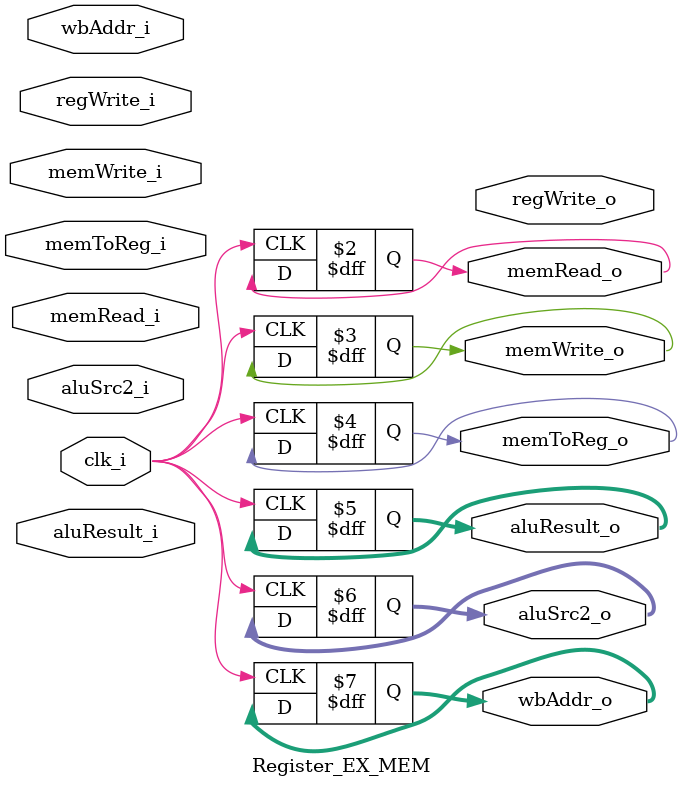
<source format=v>
module Register_EX_MEM
(
    clk_i,

    memRead_i,
    memWrite_i,
    memToReg_i,
    regWrite_i,
    aluResult_i,
    aluSrc2_i,
    wbAddr_i,

    memRead_o,
    memWrite_o,
    memToReg_o,
    regWrite_o,
    aluResult_o,
    aluSrc2_o,
    wbAddr_o
);

// Interface
input           clk_i;
input   [0:0]   memRead_i;
input   [0:0]   memWrite_i;
input   [0:0]   memToReg_i;
input   [0:0]   regWrite_i;
input   [31:0]  aluResult_i;
input   [31:0]  aluSrc2_i;
input   [4:0]   wbAddr_i;

output  reg  [0:0]   memRead_o;
output  reg  [0:0]   memWrite_o;
output  reg  [0:0]   memToReg_o;
output  reg  [0:0]   regWrite_o;
output  reg  [31:0]  aluResult_o;
output  reg  [31:0]  aluSrc2_o;
output  reg  [4:0]   wbAddr_o;

//
// reg [31:0] pipeRegister [:0]

// Calculation
always @ (posedge clk_i) begin
    memRead_o   = memRead_o;
    memWrite_o  = memWrite_o;
    memToReg_o  = memToReg_o;
    regWrite_O  = regWrite_o;
    aluResult_o = aluResult_o;
    aluSrc2_o   = aluSrc2_o;
    wbAddr_o    = wbAddr_o;
end

endmodule
</source>
